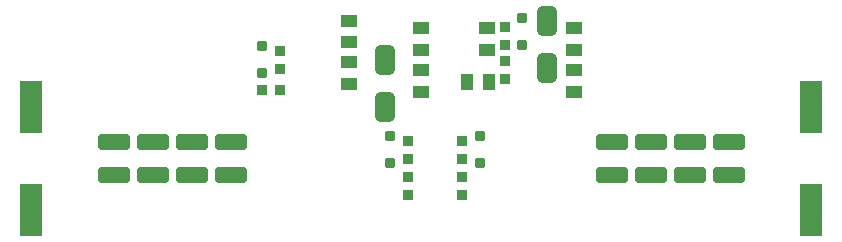
<source format=gbp>
G04*
G04 #@! TF.GenerationSoftware,Altium Limited,Altium Designer,23.3.1 (30)*
G04*
G04 Layer_Color=128*
%FSLAX44Y44*%
%MOMM*%
G71*
G04*
G04 #@! TF.SameCoordinates,5E62E50F-23D3-44DB-91C1-88114AFB7521*
G04*
G04*
G04 #@! TF.FilePolarity,Positive*
G04*
G01*
G75*
G04:AMPARAMS|DCode=25|XSize=0.889mm|YSize=0.889mm|CornerRadius=0.1111mm|HoleSize=0mm|Usage=FLASHONLY|Rotation=180.000|XOffset=0mm|YOffset=0mm|HoleType=Round|Shape=RoundedRectangle|*
%AMROUNDEDRECTD25*
21,1,0.8890,0.6668,0,0,180.0*
21,1,0.6668,0.8890,0,0,180.0*
1,1,0.2223,-0.3334,0.3334*
1,1,0.2223,0.3334,0.3334*
1,1,0.2223,0.3334,-0.3334*
1,1,0.2223,-0.3334,-0.3334*
%
%ADD25ROUNDEDRECTD25*%
%ADD26R,1.9000X4.4000*%
G04:AMPARAMS|DCode=28|XSize=0.889mm|YSize=0.889mm|CornerRadius=0.1111mm|HoleSize=0mm|Usage=FLASHONLY|Rotation=270.000|XOffset=0mm|YOffset=0mm|HoleType=Round|Shape=RoundedRectangle|*
%AMROUNDEDRECTD28*
21,1,0.8890,0.6668,0,0,270.0*
21,1,0.6668,0.8890,0,0,270.0*
1,1,0.2223,-0.3334,-0.3334*
1,1,0.2223,-0.3334,0.3334*
1,1,0.2223,0.3334,0.3334*
1,1,0.2223,0.3334,-0.3334*
%
%ADD28ROUNDEDRECTD28*%
G04:AMPARAMS|DCode=30|XSize=1.0795mm|YSize=1.397mm|CornerRadius=0.108mm|HoleSize=0mm|Usage=FLASHONLY|Rotation=90.000|XOffset=0mm|YOffset=0mm|HoleType=Round|Shape=RoundedRectangle|*
%AMROUNDEDRECTD30*
21,1,1.0795,1.1811,0,0,90.0*
21,1,0.8636,1.3970,0,0,90.0*
1,1,0.2159,0.5906,0.4318*
1,1,0.2159,0.5906,-0.4318*
1,1,0.2159,-0.5906,-0.4318*
1,1,0.2159,-0.5906,0.4318*
%
%ADD30ROUNDEDRECTD30*%
G04:AMPARAMS|DCode=41|XSize=2.7mm|YSize=1.3mm|CornerRadius=0.1625mm|HoleSize=0mm|Usage=FLASHONLY|Rotation=180.000|XOffset=0mm|YOffset=0mm|HoleType=Round|Shape=RoundedRectangle|*
%AMROUNDEDRECTD41*
21,1,2.7000,0.9750,0,0,180.0*
21,1,2.3750,1.3000,0,0,180.0*
1,1,0.3250,-1.1875,0.4875*
1,1,0.3250,1.1875,0.4875*
1,1,0.3250,1.1875,-0.4875*
1,1,0.3250,-1.1875,-0.4875*
%
%ADD41ROUNDEDRECTD41*%
G04:AMPARAMS|DCode=81|XSize=1.0795mm|YSize=1.397mm|CornerRadius=0.108mm|HoleSize=0mm|Usage=FLASHONLY|Rotation=0.000|XOffset=0mm|YOffset=0mm|HoleType=Round|Shape=RoundedRectangle|*
%AMROUNDEDRECTD81*
21,1,1.0795,1.1811,0,0,0.0*
21,1,0.8636,1.3970,0,0,0.0*
1,1,0.2159,0.4318,-0.5906*
1,1,0.2159,-0.4318,-0.5906*
1,1,0.2159,-0.4318,0.5906*
1,1,0.2159,0.4318,0.5906*
%
%ADD81ROUNDEDRECTD81*%
G04:AMPARAMS|DCode=82|XSize=1.7mm|YSize=2.5mm|CornerRadius=0.425mm|HoleSize=0mm|Usage=FLASHONLY|Rotation=180.000|XOffset=0mm|YOffset=0mm|HoleType=Round|Shape=RoundedRectangle|*
%AMROUNDEDRECTD82*
21,1,1.7000,1.6500,0,0,180.0*
21,1,0.8500,2.5000,0,0,180.0*
1,1,0.8500,-0.4250,0.8250*
1,1,0.8500,0.4250,0.8250*
1,1,0.8500,0.4250,-0.8250*
1,1,0.8500,-0.4250,-0.8250*
%
%ADD82ROUNDEDRECTD82*%
G04:AMPARAMS|DCode=83|XSize=0.9mm|YSize=0.8mm|CornerRadius=0.1mm|HoleSize=0mm|Usage=FLASHONLY|Rotation=90.000|XOffset=0mm|YOffset=0mm|HoleType=Round|Shape=RoundedRectangle|*
%AMROUNDEDRECTD83*
21,1,0.9000,0.6000,0,0,90.0*
21,1,0.7000,0.8000,0,0,90.0*
1,1,0.2000,0.3000,0.3500*
1,1,0.2000,0.3000,-0.3500*
1,1,0.2000,-0.3000,-0.3500*
1,1,0.2000,-0.3000,0.3500*
%
%ADD83ROUNDEDRECTD83*%
D25*
X415380Y462000D02*
D03*
X430620D02*
D03*
D26*
X880200Y447080D02*
D03*
Y360080D02*
D03*
X219800D02*
D03*
Y447080D02*
D03*
D28*
X430620Y479780D02*
D03*
Y495020D02*
D03*
X621120Y515340D02*
D03*
Y500100D02*
D03*
Y486130D02*
D03*
Y470890D02*
D03*
X538570Y373100D02*
D03*
Y388340D02*
D03*
Y403580D02*
D03*
Y418820D02*
D03*
X584290Y388340D02*
D03*
Y373100D02*
D03*
Y418820D02*
D03*
Y403580D02*
D03*
D30*
X605880Y495970D02*
D03*
Y514390D02*
D03*
X488971Y520727D02*
D03*
Y502307D02*
D03*
X550000Y514390D02*
D03*
Y495970D02*
D03*
Y460410D02*
D03*
Y478830D02*
D03*
X489040Y485180D02*
D03*
Y466760D02*
D03*
X679540Y514390D02*
D03*
Y495970D02*
D03*
Y478830D02*
D03*
Y460410D02*
D03*
D41*
X777330Y417580D02*
D03*
Y389580D02*
D03*
X711290Y417580D02*
D03*
Y389580D02*
D03*
X355690Y417580D02*
D03*
Y389580D02*
D03*
X289650Y417580D02*
D03*
Y389580D02*
D03*
X322670Y417580D02*
D03*
Y389580D02*
D03*
X388710Y417580D02*
D03*
Y389580D02*
D03*
X744310Y417580D02*
D03*
Y389580D02*
D03*
X810350Y417580D02*
D03*
Y389580D02*
D03*
D81*
X589050Y468350D02*
D03*
X607470D02*
D03*
D82*
X519520Y447080D02*
D03*
Y487080D02*
D03*
X656680Y520100D02*
D03*
Y480100D02*
D03*
D83*
X415380Y475900D02*
D03*
Y498900D02*
D03*
X635090Y500030D02*
D03*
Y523030D02*
D03*
X599530Y422700D02*
D03*
Y399700D02*
D03*
X523330Y422700D02*
D03*
Y399700D02*
D03*
M02*

</source>
